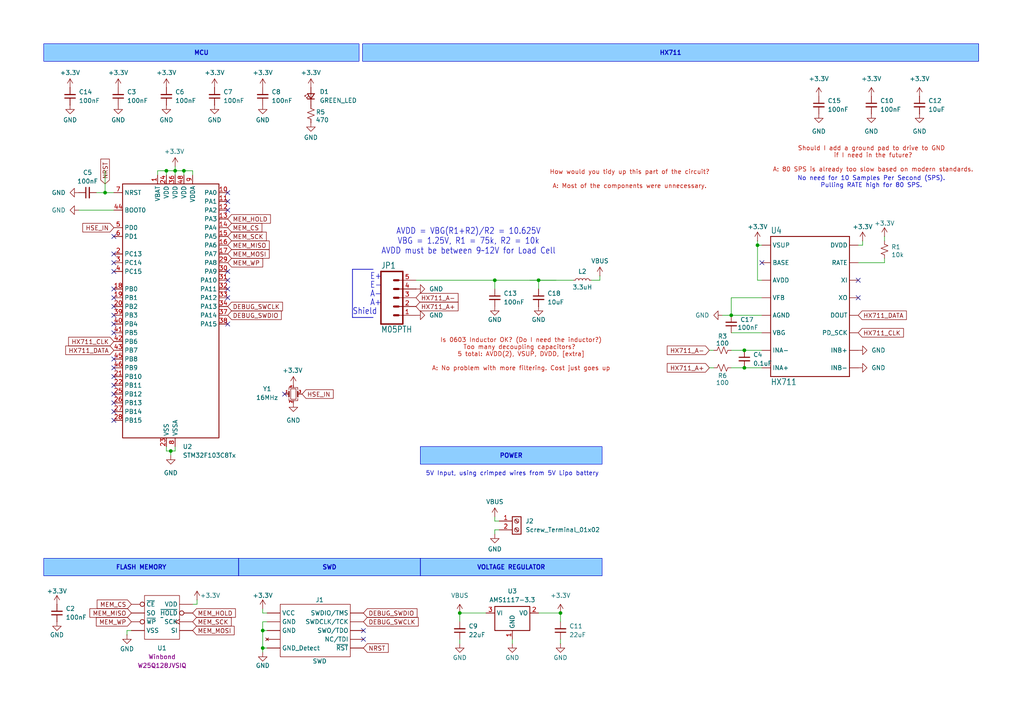
<source format=kicad_sch>
(kicad_sch (version 20231120) (generator "eeschema") (generator_version "8.0")
  (paper "A4")
  (lib_symbols
    (symbol "Connector:Screw_Terminal_01x02" (pin_names (offset 1.016) hide)
      (property "Reference" "J2" (at 2.54 0.0001 0))
      (property "Value" "Screw_Terminal_01x02" (at 2.54 -2.5399 0))
      (symbol "Screw_Terminal_01x02_1_1"
        (rectangle (start -1.27 1.27) (end 1.27 -3.81) (stroke (width 0.254)))
        (circle (center 0 -2.54) (radius 0.635) (stroke (width 0.1524)))
        (polyline (pts (xy -0.5334 -2.2098) (xy 0.3302 -3.048)) (stroke (width 0.1524)))
        (polyline (pts (xy -0.5334 0.3302) (xy 0.3302 -0.508)) (stroke (width 0.1524)))
        (polyline (pts (xy -0.3556 -2.032) (xy 0.508 -2.8702)) (stroke (width 0.1524)))
        (polyline (pts (xy -0.3556 0.508) (xy 0.508 -0.3302)) (stroke (width 0.1524)))
        (circle (center 0 0) (radius 0.635) (stroke (width 0.1524)))
        (pin passive line (at -5.08 0 0) (length 3.81) (name "Pin_1") (number "1"))
        (pin passive line (at -5.08 -2.54 0) (length 3.81) (name "Pin_2") (number "2"))
      )
    )
    (symbol "Device:C_Small" (pin_numbers hide) (pin_names (offset 0.254) hide)
      (property "Reference" "C" (at 0.254 1.778 0))
      (property "Value" "C_Small" (at 0.254 -2.032 0))
      (symbol "C_Small_0_1"
        (polyline (pts (xy -1.524 -0.508) (xy 1.524 -0.508)) (stroke (width 0.3302)))
        (polyline (pts (xy -1.524 0.508) (xy 1.524 0.508)) (stroke (width 0.3048)))
      )
      (symbol "C_Small_1_1"
        (pin passive line (at 0 2.54 270) (length 2.032) (name "~") (number "1"))
        (pin passive line (at 0 -2.54 90) (length 2.032) (name "~") (number "2"))
      )
    )
    (symbol "Device:Crystal_GND24_Small" (pin_names (offset 1.016) hide)
      (property "Reference" "Y" (at 1.27 4.445 0))
      (property "Value" "Crystal_GND24_Small" (at 1.27 2.54 0))
      (symbol "Crystal_GND24_Small_0_1"
        (rectangle (start -0.762 -1.524) (end 0.762 1.524))
        (polyline (pts (xy -1.27 -0.762) (xy -1.27 0.762)) (stroke (width 0.381)))
        (polyline (pts (xy 1.27 -0.762) (xy 1.27 0.762)) (stroke (width 0.381)))
        (polyline (pts (xy -1.27 -1.27) (xy -1.27 -1.905) (xy 1.27 -1.905) (xy 1.27 -1.27)))
        (polyline (pts (xy -1.27 1.27) (xy -1.27 1.905) (xy 1.27 1.905) (xy 1.27 1.27)))
      )
      (symbol "Crystal_GND24_Small_1_1"
        (pin passive line (at -2.54 0 0) (length 1.27) (name "1") (number "1"))
        (pin passive line (at 0 -2.54 90) (length 0.635) (name "2") (number "2"))
        (pin passive line (at 2.54 0 180) (length 1.27) (name "3") (number "3"))
        (pin passive line (at 0 2.54 270) (length 0.635) (name "4") (number "4"))
      )
    )
    (symbol "Device:LED_Small" (pin_numbers hide) (pin_names (offset 0.254) hide)
      (property "Reference" "D" (at -1.27 3.175 0))
      (property "Value" "LED_Small" (at -4.445 -2.54 0))
      (symbol "LED_Small_0_1"
        (polyline (pts (xy -0.762 -1.016) (xy -0.762 1.016)) (stroke (width 0.254)))
        (polyline (pts (xy 1.016 0) (xy -0.762 0)))
        (polyline (pts (xy 0.762 -1.016) (xy -0.762 0) (xy 0.762 1.016) (xy 0.762 -1.016)) (stroke (width 0.254)))
        (polyline (pts (xy 0 0.762) (xy -0.508 1.27) (xy -0.254 1.27) (xy -0.508 1.27) (xy -0.508 1.016)))
        (polyline (pts (xy 0.508 1.27) (xy 0 1.778) (xy 0.254 1.778) (xy 0 1.778) (xy 0 1.524)))
      )
      (symbol "LED_Small_1_1"
        (pin passive line (at -2.54 0 0) (length 1.778) (name "K") (number "1"))
        (pin passive line (at 2.54 0 180) (length 1.778) (name "A") (number "2"))
      )
    )
    (symbol "Device:L_Small" (pin_numbers hide) (pin_names (offset 0.254) hide)
      (property "Reference" "L" (at 0.762 1.016 0))
      (property "Value" "L_Small" (at 0.762 -1.016 0))
      (symbol "L_Small_0_1"
        (arc (start 0 -2.032) (mid 0.5058 -1.524) (end 0 -1.016))
        (arc (start 0 -1.016) (mid 0.5058 -0.508) (end 0 0))
        (arc (start 0 0) (mid 0.5058 0.508) (end 0 1.016))
        (arc (start 0 1.016) (mid 0.5058 1.524) (end 0 2.032))
      )
      (symbol "L_Small_1_1"
        (pin passive line (at 0 2.54 270) (length 0.508) (name "~") (number "1"))
        (pin passive line (at 0 -2.54 90) (length 0.508) (name "~") (number "2"))
      )
    )
    (symbol "Device:R_Small_US" (pin_numbers hide) (pin_names (offset 0.254) hide)
      (property "Reference" "R" (at 0.762 0.508 0))
      (property "Value" "R_Small_US" (at 0.762 -1.016 0))
      (symbol "R_Small_US_1_1"
        (polyline (pts (xy 0 0) (xy 1.016 -0.381) (xy 0 -0.762) (xy -1.016 -1.143) (xy 0 -1.524)))
        (polyline (pts (xy 0 1.524) (xy 1.016 1.143) (xy 0 0.762) (xy -1.016 0.381) (xy 0 0)))
        (pin passive line (at 0 2.54 270) (length 1.016) (name "~") (number "1"))
        (pin passive line (at 0 -2.54 90) (length 1.016) (name "~") (number "2"))
      )
    )
    (symbol "MCU_ST_STM32F1:STM32F103C8Tx"
      (property "Reference" "U1" (at 4.7341 -38.1 0))
      (property "Value" "STM32F103C8Tx" (at 4.7341 -40.64 0))
      (symbol "STM32F103C8Tx_1_1"
        (rectangle (start -12.7 38.1) (end 15.24 -35.56) (stroke (width 0.254)))
        (pin power_in line (at -2.54 40.64 270) (length 2.54) (name "VBAT") (number "1"))
        (pin bidirectional line (at 17.78 35.56 180) (length 2.54) (name "PA0") (number "10"))
        (pin bidirectional line (at 17.78 33.02 180) (length 2.54) (name "PA1") (number "11"))
        (pin bidirectional line (at 17.78 30.48 180) (length 2.54) (name "PA2") (number "12"))
        (pin bidirectional line (at 17.78 27.94 180) (length 2.54) (name "PA3") (number "13"))
        (pin bidirectional line (at 17.78 25.4 180) (length 2.54) (name "PA4") (number "14"))
        (pin bidirectional line (at 17.78 22.86 180) (length 2.54) (name "PA5") (number "15"))
        (pin bidirectional line (at 17.78 20.32 180) (length 2.54) (name "PA6") (number "16"))
        (pin bidirectional line (at 17.78 17.78 180) (length 2.54) (name "PA7") (number "17"))
        (pin bidirectional line (at -15.24 7.62 0) (length 2.54) (name "PB0") (number "18"))
        (pin bidirectional line (at -15.24 5.08 0) (length 2.54) (name "PB1") (number "19"))
        (pin bidirectional line (at -15.24 17.78 0) (length 2.54) (name "PC13") (number "2"))
        (pin bidirectional line (at -15.24 2.54 0) (length 2.54) (name "PB2") (number "20"))
        (pin bidirectional line (at -15.24 -17.78 0) (length 2.54) (name "PB10") (number "21"))
        (pin bidirectional line (at -15.24 -20.32 0) (length 2.54) (name "PB11") (number "22"))
        (pin power_in line (at 0 -38.1 90) (length 2.54) (name "VSS") (number "23"))
        (pin power_in line (at 0 40.64 270) (length 2.54) (name "VDD") (number "24"))
        (pin bidirectional line (at -15.24 -22.86 0) (length 2.54) (name "PB12") (number "25"))
        (pin bidirectional line (at -15.24 -25.4 0) (length 2.54) (name "PB13") (number "26"))
        (pin bidirectional line (at -15.24 -27.94 0) (length 2.54) (name "PB14") (number "27"))
        (pin bidirectional line (at -15.24 -30.48 0) (length 2.54) (name "PB15") (number "28"))
        (pin bidirectional line (at 17.78 15.24 180) (length 2.54) (name "PA8") (number "29"))
        (pin bidirectional line (at -15.24 15.24 0) (length 2.54) (name "PC14") (number "3"))
        (pin bidirectional line (at 17.78 12.7 180) (length 2.54) (name "PA9") (number "30"))
        (pin bidirectional line (at 17.78 10.16 180) (length 2.54) (name "PA10") (number "31"))
        (pin bidirectional line (at 17.78 7.62 180) (length 2.54) (name "PA11") (number "32"))
        (pin bidirectional line (at 17.78 5.08 180) (length 2.54) (name "PA12") (number "33"))
        (pin bidirectional line (at 17.78 2.54 180) (length 2.54) (name "PA13") (number "34"))
        (pin passive line (at 0 -38.1 90) (length 2.54) hide (name "VSS") (number "35"))
        (pin power_in line (at 2.54 40.64 270) (length 2.54) (name "VDD") (number "36"))
        (pin bidirectional line (at 17.78 0 180) (length 2.54) (name "PA14") (number "37"))
        (pin bidirectional line (at 17.78 -2.54 180) (length 2.54) (name "PA15") (number "38"))
        (pin bidirectional line (at -15.24 0 0) (length 2.54) (name "PB3") (number "39"))
        (pin bidirectional line (at -15.24 12.7 0) (length 2.54) (name "PC15") (number "4"))
        (pin bidirectional line (at -15.24 -2.54 0) (length 2.54) (name "PB4") (number "40"))
        (pin bidirectional line (at -15.24 -5.08 0) (length 2.54) (name "PB5") (number "41"))
        (pin bidirectional line (at -15.24 -7.62 0) (length 2.54) (name "PB6") (number "42"))
        (pin bidirectional line (at -15.24 -10.16 0) (length 2.54) (name "PB7") (number "43"))
        (pin input line (at -15.24 30.48 0) (length 2.54) (name "BOOT0") (number "44"))
        (pin bidirectional line (at -15.24 -12.7 0) (length 2.54) (name "PB8") (number "45"))
        (pin bidirectional line (at -15.24 -15.24 0) (length 2.54) (name "PB9") (number "46"))
        (pin passive line (at 0 -38.1 90) (length 2.54) hide (name "VSS") (number "47"))
        (pin power_in line (at 5.08 40.64 270) (length 2.54) (name "VDD") (number "48"))
        (pin bidirectional line (at -15.24 25.4 0) (length 2.54) (name "PD0") (number "5"))
        (pin bidirectional line (at -15.24 22.86 0) (length 2.54) (name "PD1") (number "6"))
        (pin input line (at -15.24 35.56 0) (length 2.54) (name "NRST") (number "7"))
        (pin power_in line (at 2.54 -38.1 90) (length 2.54) (name "VSSA") (number "8"))
        (pin power_in line (at 7.62 40.64 270) (length 2.54) (name "VDDA") (number "9"))
      )
    )
    (symbol "Regulator_Linear:AMS1117-3.3"
      (property "Reference" "U3" (at 0 6.35 0))
      (property "Value" "AMS1117-3.3" (at 0 3.81 0))
      (symbol "AMS1117-3.3_1_1"
        (rectangle (start -5.08 1.905) (end 5.08 -5.08) (stroke (width 0.254)))
        (pin power_in line (at 0 -7.62 90) (length 2.54) (name "GND") (number "1"))
        (pin power_out line (at 7.62 0 180) (length 2.54) (name "VO") (number "2"))
        (pin power_in line (at -7.62 0 0) (length 2.54) (name "VI") (number "3"))
      )
    )
    (symbol "SparkFun_HX711_Load_Cell-eagle-import:HX711HX711"
      (symbol "HX711HX711_1_0"
        (polyline (pts (xy -12.7 -20.32) (xy -12.7 20.32)) (stroke (width 0.254)))
        (polyline (pts (xy -12.7 20.32) (xy 10.16 20.32)) (stroke (width 0.254)))
        (polyline (pts (xy 10.16 -20.32) (xy -12.7 -20.32)) (stroke (width 0.254)))
        (polyline (pts (xy 10.16 20.32) (xy 10.16 -20.32)) (stroke (width 0.254)))
        (pin bidirectional line (at -15.24 17.78 0) (length 2.54) (name "VSUP") (number "1"))
        (pin bidirectional line (at 12.7 -12.7 180) (length 2.54) (name "INB+") (number "10"))
        (pin bidirectional line (at 12.7 -7.62 180) (length 2.54) (name "PD_SCK") (number "11"))
        (pin bidirectional line (at 12.7 -2.54 180) (length 2.54) (name "DOUT") (number "12"))
        (pin bidirectional line (at 12.7 2.54 180) (length 2.54) (name "XO") (number "13"))
        (pin bidirectional line (at 12.7 7.62 180) (length 2.54) (name "XI") (number "14"))
        (pin bidirectional line (at 12.7 12.7 180) (length 2.54) (name "RATE") (number "15"))
        (pin bidirectional line (at 12.7 17.78 180) (length 2.54) (name "DVDD") (number "16"))
        (pin bidirectional line (at -15.24 12.7 0) (length 2.54) (name "BASE") (number "2"))
        (pin bidirectional line (at -15.24 7.62 0) (length 2.54) (name "AVDD") (number "3"))
        (pin bidirectional line (at -15.24 2.54 0) (length 2.54) (name "VFB") (number "4"))
        (pin bidirectional line (at -15.24 -2.54 0) (length 2.54) (name "AGND") (number "5"))
        (pin bidirectional line (at -15.24 -7.62 0) (length 2.54) (name "VBG") (number "6"))
        (pin bidirectional line (at -15.24 -12.7 0) (length 2.54) (name "INA-") (number "7"))
        (pin bidirectional line (at -15.24 -17.78 0) (length 2.54) (name "INA+") (number "8"))
        (pin bidirectional line (at 12.7 -17.78 180) (length 2.54) (name "INB-") (number "9"))
      )
    )
    (symbol "SparkFun_HX711_Load_Cell-eagle-import:M05PTH"
      (property "Reference" "J" (at -2.54 8.382 0))
      (symbol "M05PTH_1_0"
        (polyline (pts (xy -2.54 7.62) (xy -2.54 -7.62)) (stroke (width 0.4064)))
        (polyline (pts (xy -2.54 7.62) (xy 3.81 7.62)) (stroke (width 0.4064)))
        (polyline (pts (xy 1.27 -5.08) (xy 2.54 -5.08)) (stroke (width 0.6096)))
        (polyline (pts (xy 1.27 -2.54) (xy 2.54 -2.54)) (stroke (width 0.6096)))
        (polyline (pts (xy 1.27 0) (xy 2.54 0)) (stroke (width 0.6096)))
        (polyline (pts (xy 1.27 2.54) (xy 2.54 2.54)) (stroke (width 0.6096)))
        (polyline (pts (xy 1.27 5.08) (xy 2.54 5.08)) (stroke (width 0.6096)))
        (polyline (pts (xy 3.81 -7.62) (xy -2.54 -7.62)) (stroke (width 0.4064)))
        (polyline (pts (xy 3.81 -7.62) (xy 3.81 7.62)) (stroke (width 0.4064)))
        (pin passive line (at 7.62 -5.08 180) (length 5.08) (name "1") (number "1"))
        (pin passive line (at 7.62 -2.54 180) (length 5.08) (name "2") (number "2"))
        (pin passive line (at 7.62 0 180) (length 5.08) (name "3") (number "3"))
        (pin passive line (at 7.62 2.54 180) (length 5.08) (name "4") (number "4"))
        (pin passive line (at 7.62 5.08 180) (length 5.08) (name "5") (number "5"))
      )
    )
    (symbol "UCIRP-KiCAD-Lib:ARM_Cortex_Debug" (pin_numbers hide)
      (property "Reference" "J" (at 0 11.43 0))
      (property "Value" "ARM Cortex Debug" (at 0 8.89 0))
      (symbol "ARM_Cortex_Debug_0_1"
        (rectangle (start -10.16 7.62) (end 10.16 -7.62))
      )
      (symbol "ARM_Cortex_Debug_1_1"
        (pin passive line (at -13.97 5.08 0) (length 3.81) (name "VCC") (number "1"))
        (pin passive line (at 13.97 -5.08 180) (length 3.81) (name "~{RST}") (number "10"))
        (pin passive line (at 13.97 5.08 180) (length 3.81) (name "SWDIO/TMS") (number "2"))
        (pin passive line (at -13.97 2.54 0) (length 3.81) (name "GND") (number "3"))
        (pin passive line (at 13.97 2.54 180) (length 3.81) (name "SWDCLK/TCK") (number "4"))
        (pin passive line (at -13.97 0 0) (length 3.81) (name "GND") (number "5"))
        (pin passive line (at 13.97 0 180) (length 3.81) (name "SWO/TDO") (number "6"))
        (pin no_connect line (at -13.97 -2.54 0) (length 3.81) (name "") (number "7"))
        (pin passive line (at 13.97 -2.54 180) (length 3.81) (name "NC/TDI") (number "8"))
        (pin passive line (at -13.97 -5.08 0) (length 3.81) (name "GND_Detect") (number "9"))
      )
    )
    (symbol "UCIRP-KiCAD-Lib:SST25VF016B" (pin_numbers hide)
      (property "Reference" "U" (at 0 7.62 0))
      (property "Manufacturer" "Microchip" (at 0 0 0))
      (property "Part #" "SST25VF016B-50-4I-S2AF" (at 0 0 0))
      (symbol "SST25VF016B_0_1"
        (rectangle (start -5.08 6.35) (end 5.08 -6.35))
      )
      (symbol "SST25VF016B_1_1"
        (pin input inverted (at -8.89 3.81 0) (length 3.81) (name "~{CE}") (number "1"))
        (pin output line (at -8.89 1.27 0) (length 3.81) (name "SO") (number "2"))
        (pin input inverted (at -8.89 -1.27 0) (length 3.81) (name "~{WP}") (number "3"))
        (pin power_in line (at -8.89 -3.81 0) (length 3.81) (name "VSS") (number "4"))
        (pin input line (at 8.89 -3.81 180) (length 3.81) (name "SI") (number "5"))
        (pin input clock (at 8.89 -1.27 180) (length 3.81) (name "SCK") (number "6"))
        (pin input inverted (at 8.89 1.27 180) (length 3.81) (name "~{HOLD}") (number "7"))
        (pin power_in line (at 8.89 3.81 180) (length 3.81) (name "VDD") (number "8"))
      )
    )
    (symbol "power:+3.3V" (power) (pin_numbers hide) (pin_names (offset 0) hide)
      (property "Value" "+3.3V" (at 0 3.556 0))
      (symbol "+3.3V_0_1"
        (polyline (pts (xy -0.762 1.27) (xy 0 2.54)))
        (polyline (pts (xy 0 0) (xy 0 2.54)))
        (polyline (pts (xy 0 2.54) (xy 0.762 1.27)))
      )
      (symbol "+3.3V_1_1"
        (pin power_in line (at 0 0 90) (length 0) (name "~") (number "1"))
      )
    )
    (symbol "power:GND" (power) (pin_numbers hide) (pin_names (offset 0) hide)
      (property "Value" "GND" (at 0 -3.81 0))
      (symbol "GND_0_1"
        (polyline (pts (xy 0 0) (xy 0 -1.27) (xy 1.27 -1.27) (xy 0 -2.54) (xy -1.27 -1.27) (xy 0 -1.27)))
      )
      (symbol "GND_1_1"
        (pin power_in line (at 0 0 270) (length 0) (name "~") (number "1"))
      )
    )
    (symbol "power:VBUS" (power) (pin_numbers hide) (pin_names (offset 0) hide)
      (property "Value" "VBUS" (at 0 3.556 0))
      (symbol "VBUS_0_1"
        (polyline (pts (xy -0.762 1.27) (xy 0 2.54)))
        (polyline (pts (xy 0 0) (xy 0 2.54)))
        (polyline (pts (xy 0 2.54) (xy 0.762 1.27)))
      )
      (symbol "VBUS_1_1"
        (pin power_in line (at 0 0 90) (length 0) (name "~") (number "1"))
      )
    )
  )
  (junction (at 215.9 106.68))
  (junction (at 143.51 81.28))
  (junction (at 219.71 71.12))
  (junction (at 156.21 81.28))
  (junction (at 50.8 49.53))
  (junction (at 53.34 49.53))
  (junction (at 76.2 182.88))
  (junction (at 76.2 187.96))
  (junction (at 133.35 177.8))
  (junction (at 30.48 55.88))
  (junction (at 49.53 130.81))
  (junction (at 215.9 101.6))
  (junction (at 162.56 177.8))
  (junction (at 212.09 91.44))
  (junction (at 48.26 49.53))
  (no_connect (at 33.02 121.92))
  (no_connect (at 33.02 111.76))
  (no_connect (at 105.41 185.42))
  (no_connect (at 105.41 182.88))
  (no_connect (at 33.02 114.3))
  (no_connect (at 248.92 86.36))
  (no_connect (at 248.92 81.28))
  (no_connect (at 66.04 83.82))
  (no_connect (at 33.02 91.44))
  (no_connect (at 33.02 73.66))
  (no_connect (at 66.04 60.96))
  (no_connect (at 33.02 104.14))
  (no_connect (at 220.98 76.2))
  (no_connect (at 33.02 68.58))
  (no_connect (at 33.02 76.2))
  (no_connect (at 33.02 93.98))
  (no_connect (at 33.02 96.52))
  (no_connect (at 66.04 58.42))
  (no_connect (at 66.04 93.98))
  (no_connect (at 66.04 78.74))
  (no_connect (at 66.04 86.36))
  (no_connect (at 33.02 83.82))
  (no_connect (at 33.02 116.84))
  (no_connect (at 33.02 109.22))
  (no_connect (at 66.04 81.28))
  (no_connect (at 66.04 55.88))
  (no_connect (at 33.02 88.9))
  (no_connect (at 33.02 78.74))
  (no_connect (at 82.55 114.3))
  (no_connect (at 33.02 119.38))
  (no_connect (at 33.02 106.68))
  (no_connect (at 33.02 86.36))
  (wire (pts (xy 76.2 177.8) (xy 76.2 176.53)))
  (wire (pts (xy 153.67 81.28) (xy 143.51 81.28)) (stroke (width 0.1524)))
  (wire (pts (xy 50.8 49.53) (xy 50.8 50.8)))
  (wire (pts (xy 48.26 130.81) (xy 49.53 130.81)))
  (wire (pts (xy 212.09 86.36) (xy 212.09 91.44)))
  (wire (pts (xy 48.26 49.53) (xy 50.8 49.53)))
  (wire (pts (xy 22.86 60.96) (xy 33.02 60.96)))
  (wire (pts (xy 148.59 186.69) (xy 148.59 185.42)))
  (wire (pts (xy 171.45 81.28) (xy 173.99 81.28)))
  (wire (pts (xy 220.98 71.12) (xy 219.71 71.12)))
  (wire (pts (xy 55.88 49.53) (xy 55.88 50.8)))
  (wire (pts (xy 133.35 177.8) (xy 133.35 180.34)))
  (wire (pts (xy 144.78 153.67) (xy 143.51 153.67)))
  (wire (pts (xy 219.71 81.28) (xy 219.71 71.12)))
  (wire (pts (xy 133.35 177.8) (xy 140.97 177.8)))
  (wire (pts (xy 50.8 49.53) (xy 53.34 49.53)))
  (wire (pts (xy 162.56 185.42) (xy 162.56 186.69)))
  (wire (pts (xy 250.19 69.85) (xy 250.19 71.12)))
  (wire (pts (xy 220.98 86.36) (xy 212.09 86.36)))
  (wire (pts (xy 212.09 96.52) (xy 220.98 96.52)))
  (wire (pts (xy 77.47 177.8) (xy 76.2 177.8)))
  (wire (pts (xy 143.51 153.67) (xy 143.51 154.94)))
  (wire (pts (xy 220.98 81.28) (xy 219.71 81.28)))
  (wire (pts (xy 30.48 55.88) (xy 33.02 55.88)))
  (wire (pts (xy 133.35 185.42) (xy 133.35 186.69)))
  (wire (pts (xy 77.47 187.96) (xy 76.2 187.96)))
  (wire (pts (xy 212.09 106.68) (xy 215.9 106.68)))
  (wire (pts (xy 36.83 182.88) (xy 38.1 182.88)))
  (wire (pts (xy 77.47 180.34) (xy 76.2 180.34)))
  (wire (pts (xy 76.2 180.34) (xy 76.2 182.88)))
  (wire (pts (xy 53.34 49.53) (xy 55.88 49.53)))
  (wire (pts (xy 156.21 81.28) (xy 156.21 83.82)) (stroke (width 0.1524)))
  (wire (pts (xy 50.8 49.53) (xy 50.8 48.26)))
  (wire (pts (xy 45.72 49.53) (xy 48.26 49.53)))
  (wire (pts (xy 156.21 177.8) (xy 162.56 177.8)))
  (wire (pts (xy 219.71 69.85) (xy 219.71 71.12)))
  (wire (pts (xy 36.83 184.15) (xy 36.83 182.88)))
  (wire (pts (xy 143.51 81.28) (xy 120.65 81.28)) (stroke (width 0.1524)))
  (wire (pts (xy 256.54 68.58) (xy 256.54 69.85)))
  (wire (pts (xy 215.9 101.6) (xy 220.98 101.6)))
  (wire (pts (xy 248.92 71.12) (xy 250.19 71.12)))
  (wire (pts (xy 153.67 81.28) (xy 156.21 81.28)) (stroke (width 0.2032)))
  (wire (pts (xy 248.92 76.2) (xy 256.54 76.2)))
  (wire (pts (xy 156.21 81.28) (xy 161.29 81.28)) (stroke (width 0.2032)))
  (wire (pts (xy 144.78 151.13) (xy 143.51 151.13)))
  (wire (pts (xy 45.72 50.8) (xy 45.72 49.53)))
  (wire (pts (xy 76.2 182.88) (xy 76.2 187.96)))
  (wire (pts (xy 161.29 81.28) (xy 166.37 81.28)))
  (wire (pts (xy 53.34 49.53) (xy 53.34 50.8)))
  (polyline (pts (xy 102.235 78.105) (xy 108.204 78.105)) (stroke (width 0.2032) (type solid)))
  (wire (pts (xy 212.09 91.44) (xy 220.98 91.44)))
  (wire (pts (xy 162.56 177.8) (xy 162.56 180.34)))
  (wire (pts (xy 207.01 101.6) (xy 205.74 101.6)))
  (wire (pts (xy 57.15 175.26) (xy 57.15 173.99)))
  (wire (pts (xy 143.51 83.82) (xy 143.51 81.28)) (stroke (width 0.1524)))
  (wire (pts (xy 55.88 175.26) (xy 57.15 175.26)))
  (wire (pts (xy 207.01 106.68) (xy 205.74 106.68)))
  (wire (pts (xy 212.09 101.6) (xy 215.9 101.6)))
  (wire (pts (xy 173.99 80.01) (xy 173.99 81.28)))
  (wire (pts (xy 49.53 130.81) (xy 49.53 132.08)))
  (wire (pts (xy 49.53 130.81) (xy 50.8 130.81)))
  (wire (pts (xy 27.94 55.88) (xy 30.48 55.88)))
  (wire (pts (xy 30.48 49.53) (xy 30.48 55.88)))
  (polyline (pts (xy 102.235 92.075) (xy 108.204 92.075)) (stroke (width 0.2032) (type solid)))
  (wire (pts (xy 209.55 91.44) (xy 212.09 91.44)))
  (wire (pts (xy 76.2 182.88) (xy 77.47 182.88)))
  (wire (pts (xy 48.26 129.54) (xy 48.26 130.81)))
  (wire (pts (xy 143.51 151.13) (xy 143.51 149.86)))
  (wire (pts (xy 48.26 49.53) (xy 48.26 50.8)))
  (polyline (pts (xy 102.235 78.105) (xy 102.235 92.075)) (stroke (width 0.2032) (type solid)))
  (wire (pts (xy 215.9 106.68) (xy 220.98 106.68)))
  (wire (pts (xy 256.54 74.93) (xy 256.54 76.2)))
  (wire (pts (xy 50.8 130.81) (xy 50.8 129.54)))
  (wire (pts (xy 76.2 187.96) (xy 76.2 189.23)))
  (text_box "FLASH MEMORY" (at 12.7 161.925 0) (size 56.515 5.08) (fill (type color) (color 142 206 255 1)) (effects (font (size 1.27 1.27) (thickness 0.254) (bold yes))))
  (text_box "POWER" (at 121.92 129.54 0) (size 52.705 5.08) (fill (type color) (color 142 206 255 1)) (effects (font (size 1.27 1.27) (thickness 0.254) (bold yes))))
  (text_box "VOLTAGE REGULATOR" (at 121.92 161.925 0) (size 52.705 5.08) (fill (type color) (color 142 206 255 1)) (effects (font (size 1.27 1.27) (thickness 0.254) (bold yes))))
  (text_box "SWD\n" (at 69.215 161.925 0) (size 52.705 5.08) (fill (type color) (color 142 206 255 1)) (effects (font (size 1.27 1.27) (thickness 0.254) (bold yes))))
  (text_box "HX711\n" (at 105.156 12.7 0) (size 178.689 5.08) (fill (type color) (color 142 206 255 1)) (effects (font (size 1.27 1.27) (thickness 0.254) (bold yes))))
  (text_box "MCU\n" (at 12.7 12.7 0) (size 91.44 5.08) (fill (type color) (color 142 206 255 1)) (effects (font (size 1.27 1.27) (thickness 0.254) (bold yes))))
  (text "E+" (at 107.315 81.28 0) (effects (font (size 1.778 1.5113)) (justify left bottom)))
  (text "How would you tidy up this part of the circuit?\n\nA: Most of the components were unnecessary." (at 182.626 52.07 0) (effects (font (size 1.27 1.27))))
  (text "No need for 10 Samples Per Second (SPS).\nPulling RATE high for 80 SPS." (at 252.73 52.832 0) (effects (font (size 1.27 1.27))))
  (text "A-" (at 107.315 86.36 0) (effects (font (size 1.778 1.5113)) (justify left bottom)))
  (text "AVDD = VBG(R1+R2)/R2 = 10.625V\nVBG = 1.25V, R1 = 75k, R2 = 10k\nAVDD must be between 9~12V for Load Cell" (at 135.89 73.914 0) (effects (font (size 1.778 1.5113)) (justify bottom)))
  (text "Shield" (at 102.235 91.44 0) (effects (font (size 1.778 1.5113)) (justify left bottom)))
  (text "E-" (at 107.315 83.82 0) (effects (font (size 1.778 1.5113)) (justify left bottom)))
  (text "Should I add a ground pad to drive to GND \nif I need in the future?\n\nA: 80 SPS is already too slow based on modern standards." (at 253.238 46.228 0) (effects (font (size 1.27 1.27))))
  (text "5V Input, using crimped wires from 5V Lipo battery\n" (at 148.59 137.414 0) (effects (font (size 1.27 1.27))))
  (text "Is 0603 Inductor OK? (Do I need the inductor?)\nToo many decoupling capacitors? \n5 total: AVDD(2), VSUP, DVDD, [extra]\n\nA: No problem with more filtering. Cost just goes up" (at 151.13 102.87 0) (effects (font (size 1.27 1.27))))
  (text "A+" (at 107.315 88.9 0) (effects (font (size 1.778 1.5113)) (justify left bottom)))
  (global_label "MEM_HOLD" (shape input) (at 66.04 63.5 0) (property "Intersheetrefs" "${INTERSHEET_REFS}" (effects (hide yes))))
  (global_label "HX711_CLK" (shape input) (at 248.92 96.52 0) (property "Intersheetrefs" "${INTERSHEET_REFS}" (effects (hide yes))))
  (global_label "MEM_MOSI" (shape input) (at 55.88 182.88 0) (property "Intersheetrefs" "${INTERSHEET_REFS}" (effects (hide yes))))
  (global_label "HX711_A-" (shape input) (at 205.74 101.6 180) (property "Intersheetrefs" "${INTERSHEET_REFS}" (effects (hide yes))))
  (global_label "MEM_MISO" (shape input) (at 38.1 177.8 180) (property "Intersheetrefs" "${INTERSHEET_REFS}" (effects (hide yes))))
  (global_label "MEM_MOSI" (shape input) (at 66.04 73.66 0) (property "Intersheetrefs" "${INTERSHEET_REFS}" (effects (hide yes))))
  (global_label "DEBUG_SWDIO" (shape input) (at 66.04 91.44 0) (property "Intersheetrefs" "${INTERSHEET_REFS}" (effects (hide yes))))
  (global_label "MEM_SCK" (shape input) (at 55.88 180.34 0) (property "Intersheetrefs" "${INTERSHEET_REFS}" (effects (hide yes))))
  (global_label "MEM_MISO" (shape input) (at 66.04 71.12 0) (property "Intersheetrefs" "${INTERSHEET_REFS}" (effects (hide yes))))
  (global_label "NRST" (shape input) (at 30.48 53.34 90) (property "Intersheetrefs" "${INTERSHEET_REFS}" (effects (hide yes))))
  (global_label "HSE_IN" (shape input) (at 87.63 114.3 0) (property "Intersheetrefs" "${INTERSHEET_REFS}" (effects (hide yes))))
  (global_label "NRST" (shape input) (at 105.41 187.96 0) (property "Intersheetrefs" "${INTERSHEET_REFS}" (effects (hide yes))))
  (global_label "MEM_SCK" (shape input) (at 66.04 68.58 0) (property "Intersheetrefs" "${INTERSHEET_REFS}" (effects (hide yes))))
  (global_label "HX711_CLK" (shape input) (at 33.02 99.06 180) (property "Intersheetrefs" "${INTERSHEET_REFS}" (effects (hide yes))))
  (global_label "MEM_HOLD" (shape input) (at 55.88 177.8 0) (property "Intersheetrefs" "${INTERSHEET_REFS}" (effects (hide yes))))
  (global_label "MEM_CS" (shape input) (at 38.1 175.26 180) (property "Intersheetrefs" "${INTERSHEET_REFS}" (effects (hide yes))))
  (global_label "HX711_DATA" (shape input) (at 33.02 101.6 180) (property "Intersheetrefs" "${INTERSHEET_REFS}" (effects (hide yes))))
  (global_label "MEM_WP" (shape input) (at 38.1 180.34 180) (property "Intersheetrefs" "${INTERSHEET_REFS}" (effects (hide yes))))
  (global_label "HSE_IN" (shape input) (at 33.02 66.04 180) (property "Intersheetrefs" "${INTERSHEET_REFS}" (effects (hide yes))))
  (global_label "HX711_A-" (shape input) (at 120.65 86.36 0) (property "Intersheetrefs" "${INTERSHEET_REFS}" (effects (hide yes))))
  (global_label "HX711_A+" (shape input) (at 120.65 88.9 0) (property "Intersheetrefs" "${INTERSHEET_REFS}" (effects (hide yes))))
  (global_label "DEBUG_SWCLK" (shape input) (at 105.41 180.34 0) (property "Intersheetrefs" "${INTERSHEET_REFS}" (effects (hide yes))))
  (global_label "MEM_CS" (shape input) (at 66.04 66.04 0) (property "Intersheetrefs" "${INTERSHEET_REFS}" (effects (hide yes))))
  (global_label "HX711_DATA" (shape input) (at 248.92 91.44 0) (property "Intersheetrefs" "${INTERSHEET_REFS}" (effects (hide yes))))
  (global_label "MEM_WP" (shape input) (at 66.04 76.2 0) (property "Intersheetrefs" "${INTERSHEET_REFS}" (effects (hide yes))))
  (global_label "DEBUG_SWDIO" (shape input) (at 105.41 177.8 0) (property "Intersheetrefs" "${INTERSHEET_REFS}" (effects (hide yes))))
  (global_label "HX711_A+" (shape input) (at 205.74 106.68 180) (property "Intersheetrefs" "${INTERSHEET_REFS}" (effects (hide yes))))
  (global_label "DEBUG_SWCLK" (shape input) (at 66.04 88.9 0) (property "Intersheetrefs" "${INTERSHEET_REFS}" (effects (hide yes))))
  (symbol (lib_id "Connector:Screw_Terminal_01x02") (at 149.86 151.13 0) (unit 1)
    (property "Reference" "J2" (at 152.4 151.1299 0) (effects (justify left)))
    (property "Value" "Screw_Terminal_01x02" (at 152.4 153.6699 0) (effects (justify left)))
    (property "Footprint" "TerminalBlock_Phoenix:TerminalBlock_Phoenix_MKDS-1,5-2-5.08_1x02_P5.08mm_Horizontal" (effects (hide yes)))
    (property "Description" "Generic screw terminal, single row, 01x02, script generated (kicad-library-utils/schlib/autogen/connector/)" (effects (hide yes)))
  )
  (symbol (lib_id "power:+3.3V") (at 34.29 25.4 0) (unit 1)
    (property "Reference" "#PWR09" (effects (hide yes)))
    (property "Value" "+3.3V" (at 34.29 21.082 0))
    (property "Description" "Power symbol creates a global label with name \"+3.3V\"" (effects (hide yes)))
  )
  (symbol (lib_id "power:+3.3V") (at 266.7 27.94 0) (unit 1)
    (property "Reference" "#PWR028" (effects (hide yes)))
    (property "Value" "+3.3V" (at 266.7 22.86 0))
    (property "Description" "Power symbol creates a global label with name \"+3.3V\"" (effects (hide yes)))
  )
  (symbol (lib_id "power:GND") (at 143.51 154.94 0) (unit 1)
    (property "Reference" "#PWR044" (effects (hide yes)))
    (property "Value" "GND" (at 143.51 159.258 0))
    (property "Description" "Power symbol creates a global label with name \"GND\" , ground" (effects (hide yes)))
  )
  (symbol (lib_id "power:+3.3V") (at 57.15 173.99 0) (unit 1)
    (property "Reference" "#PWR013" (effects (hide yes)))
    (property "Value" "+3.3V" (at 60.96 172.72 0))
  )
  (symbol (lib_id "Device:C_Small") (at 62.23 27.94 180) (unit 1)
    (property "Reference" "C7" (at 64.77 26.6635 0) (effects (justify right)))
    (property "Value" "100nF" (at 64.77 29.2035 0) (effects (justify right)))
    (property "Footprint" "Capacitor_SMD:C_0603_1608Metric" (effects (hide yes)))
    (property "Description" "Unpolarized capacitor, small symbol" (effects (hide yes)))
  )
  (symbol (lib_id "power:VBUS") (at 133.35 177.8 0) (unit 1)
    (property "Reference" "#PWR025" (effects (hide yes)))
    (property "Value" "VBUS" (at 133.35 172.72 0))
    (property "Description" "Power symbol creates a global label with name \"VBUS\"" (effects (hide yes)))
  )
  (symbol (lib_id "power:+3.3V") (at 250.19 69.85 0) (unit 1)
    (property "Reference" "#PWR033" (effects (hide yes)))
    (property "Value" "+3.3V" (at 250.19 65.786 0))
    (property "Description" "Power symbol creates a global label with name \"+3.3V\"" (effects (hide yes)))
  )
  (symbol (lib_id "Device:Crystal_GND24_Small") (at 85.09 114.3 0) (unit 1)
    (property "Reference" "Y1" (at 77.47 112.776 0))
    (property "Value" "16MHz" (at 77.47 115.316 0))
    (property "Footprint" "Crystal:Crystal_SMD_2520-4Pin_2.5x2.0mm" (effects (hide yes)))
    (property "Datasheet" "https://ecsxtal.com/store/pdf/ECS_1633.pdf" (effects (hide yes)))
    (property "Manufacturer" "ECS" (effects (hide yes)))
    (property "Part #" "ECS-1633-160-BN-TR" (effects (hide yes)))
  )
  (symbol (lib_id "power:GND") (at 120.65 91.44 90) (unit 1)
    (property "Reference" "#PWR042" (effects (hide yes)))
    (property "Value" "GND" (at 124.46 91.4399 90) (effects (justify right)))
    (property "Description" "Power symbol creates a global label with name \"GND\" , ground" (effects (hide yes)))
  )
  (symbol (lib_id "power:GND") (at 85.09 116.84 0) (unit 1)
    (property "Reference" "#PWR041" (effects (hide yes)))
    (property "Value" "GND" (at 85.09 121.92 0))
    (property "Description" "Power symbol creates a global label with name \"GND\" , ground" (effects (hide yes)))
  )
  (symbol (lib_id "power:GND") (at 62.23 30.48 0) (unit 1)
    (property "Reference" "#PWR017" (effects (hide yes)))
    (property "Value" "GND" (at 62.23 34.798 0))
    (property "Description" "Power symbol creates a global label with name \"GND\" , ground" (effects (hide yes)))
  )
  (symbol (lib_id "Regulator_Linear:AMS1117-3.3") (at 148.59 177.8 0) (unit 1)
    (property "Reference" "U3" (at 148.59 171.45 0))
    (property "Value" "AMS1117-3.3" (at 148.59 173.99 0))
    (property "Footprint" "Package_TO_SOT_SMD:SOT-223-3_TabPin2" (effects (hide yes)))
    (property "Datasheet" "http://www.advanced-monolithic.com/pdf/ds1117.pdf" (effects (hide yes)))
    (property "Description" "1A Low Dropout regulator, positive, 3.3V fixed output, SOT-223" (effects (hide yes)))
  )
  (symbol (lib_id "Device:C_Small") (at 215.9 104.14 0) (unit 1)
    (property "Reference" "C4" (at 218.44 102.8762 0) (effects (justify left)))
    (property "Value" "0.1uF" (at 218.44 105.4162 0) (effects (justify left)))
    (property "Footprint" "Capacitor_SMD:C_0603_1608Metric" (effects (hide yes)))
    (property "Description" "Unpolarized capacitor, small symbol" (effects (hide yes)))
  )
  (symbol (lib_id "UCIRP-KiCAD-Lib:SST25VF016B") (at 46.99 179.07 0) (unit 1)
    (property "Reference" "U1" (at 46.99 187.96 0))
    (property "Value" "~" (at 46.99 179.07 0))
    (property "Footprint" "Package_SO:SOIC-8W_5.3x5.3mm_P1.27mm" (effects (hide yes)))
    (property "Datasheet" "https://www.winbond.com/resource-files/W25Q128JV%20RevI%2008232021%20Plus.pdf" (effects (hide yes)))
    (property "Manufacturer" "Winbond" (at 46.99 190.5 0))
    (property "Part #" "W25Q128JVSIQ" (at 46.99 193.04 0))
  )
  (symbol (lib_id "power:GND") (at 90.17 35.56 0) (mirror y) (unit 1)
    (property "Reference" "#PWR023" (effects (hide yes)))
    (property "Value" "GND" (at 90.17 39.878 0))
    (property "Description" "Power symbol creates a global label with name \"GND\" , ground" (effects (hide yes)))
  )
  (symbol (lib_id "power:+3.3V") (at 16.51 175.26 0) (unit 1)
    (property "Reference" "#PWR02" (effects (hide yes)))
    (property "Value" "+3.3V" (at 16.51 171.45 0))
  )
  (symbol (lib_id "Device:C_Small") (at 25.4 55.88 90) (unit 1)
    (property "Reference" "C5" (at 25.4 50.038 90))
    (property "Value" "100nF" (at 25.4 52.578 90))
    (property "Footprint" "Capacitor_SMD:C_0603_1608Metric" (effects (hide yes)))
    (property "Description" "Unpolarized capacitor, small symbol" (effects (hide yes)))
  )
  (symbol (lib_id "MCU_ST_STM32F1:STM32F103C8Tx") (at 48.26 91.44 0) (unit 1)
    (property "Reference" "U2" (at 52.9941 129.54 0) (effects (justify left)))
    (property "Value" "STM32F103C8Tx" (at 52.9941 132.08 0) (effects (justify left)))
    (property "Footprint" "Package_QFP:LQFP-48_7x7mm_P0.5mm" (effects (hide yes)))
    (property "Datasheet" "https://www.st.com/resource/en/datasheet/stm32f103c8.pdf" (effects (hide yes)))
    (property "Description" "STMicroelectronics Arm Cortex-M3 MCU, 64KB flash, 20KB RAM, 72 MHz, 2.0-3.6V, 37 GPIO, LQFP48" (effects (hide yes)))
  )
  (symbol (lib_id "power:GND") (at 248.92 106.68 90) (unit 1)
    (property "Reference" "#PWR032" (effects (hide yes)))
    (property "Value" "GND" (at 252.73 106.6799 90) (effects (justify right)))
    (property "Description" "Power symbol creates a global label with name \"GND\" , ground" (effects (hide yes)))
  )
  (symbol (lib_id "Device:C_Small") (at 212.09 93.98 180) (unit 1)
    (property "Reference" "C17" (at 216.662 92.71 0))
    (property "Value" "100nF" (at 216.916 94.996 0))
    (property "Footprint" "Capacitor_SMD:C_0603_1608Metric" (effects (hide yes)))
    (property "Description" "Unpolarized capacitor, small symbol" (effects (hide yes)))
  )
  (symbol (lib_id "power:GND") (at 148.59 186.69 0) (unit 1)
    (property "Reference" "#PWR026" (effects (hide yes)))
    (property "Value" "GND" (at 148.59 190.754 0))
    (property "Description" "Power symbol creates a global label with name \"GND\" , ground" (effects (hide yes)))
  )
  (symbol (lib_id "Device:R_Small_US") (at 256.54 72.39 180) (unit 1)
    (property "Reference" "R1" (at 259.842 71.628 0))
    (property "Value" "10k" (at 260.35 73.914 0))
    (property "Footprint" "Resistor_SMD:R_0603_1608Metric" (effects (hide yes)))
    (property "Description" "Resistor, small US symbol" (effects (hide yes)))
  )
  (symbol (lib_id "power:GND") (at 156.21 88.9 0) (unit 1)
    (property "Reference" "#PWR036" (effects (hide yes)))
    (property "Value" "GND" (at 156.21 92.71 0))
    (property "Description" "Power symbol creates a global label with name \"GND\" , ground" (effects (hide yes)))
  )
  (symbol (lib_id "Device:C_Small") (at 48.26 27.94 180) (unit 1)
    (property "Reference" "C6" (at 50.8 26.6635 0) (effects (justify right)))
    (property "Value" "100nF" (at 50.8 29.2035 0) (effects (justify right)))
    (property "Footprint" "Capacitor_SMD:C_0603_1608Metric" (effects (hide yes)))
    (property "Description" "Unpolarized capacitor, small symbol" (effects (hide yes)))
  )
  (symbol (lib_id "power:GND") (at 76.2 30.48 0) (unit 1)
    (property "Reference" "#PWR019" (effects (hide yes)))
    (property "Value" "GND" (at 76.2 34.798 0))
    (property "Description" "Power symbol creates a global label with name \"GND\" , ground" (effects (hide yes)))
  )
  (symbol (lib_id "power:GND") (at 22.86 55.88 270) (unit 1)
    (property "Reference" "#PWR06" (effects (hide yes)))
    (property "Value" "GND" (at 19.05 55.8799 90) (effects (justify right)))
    (property "Description" "Power symbol creates a global label with name \"GND\" , ground" (effects (hide yes)))
  )
  (symbol (lib_id "Device:R_Small_US") (at 209.55 106.68 90) (unit 1)
    (property "Reference" "R6" (at 209.55 108.966 90))
    (property "Value" "100" (at 209.55 110.998 90))
    (property "Footprint" "Resistor_SMD:R_0603_1608Metric" (effects (hide yes)))
    (property "Description" "Resistor, small US symbol" (effects (hide yes)))
  )
  (symbol (lib_id "power:+3.3V") (at 252.73 27.94 0) (unit 1)
    (property "Reference" "#PWR027" (effects (hide yes)))
    (property "Value" "+3.3V" (at 252.73 22.86 0))
    (property "Description" "Power symbol creates a global label with name \"+3.3V\"" (effects (hide yes)))
  )
  (symbol (lib_id "Device:R_Small_US") (at 209.55 101.6 90) (unit 1)
    (property "Reference" "R3" (at 209.55 97.536 90))
    (property "Value" "100" (at 209.55 99.568 90))
    (property "Footprint" "Resistor_SMD:R_0603_1608Metric" (effects (hide yes)))
    (property "Description" "Resistor, small US symbol" (effects (hide yes)))
  )
  (symbol (lib_id "power:GND") (at 16.51 180.34 0) (unit 1)
    (property "Reference" "#PWR03" (effects (hide yes)))
    (property "Value" "GND" (at 16.51 184.15 0))
  )
  (symbol (lib_id "power:GND") (at 252.73 33.02 0) (unit 1)
    (property "Reference" "#PWR038" (effects (hide yes)))
    (property "Value" "GND" (at 252.73 38.1 0))
    (property "Description" "Power symbol creates a global label with name \"GND\" , ground" (effects (hide yes)))
  )
  (symbol (lib_id "Device:C_Small") (at 252.73 30.48 0) (unit 1)
    (property "Reference" "C10" (at 255.27 29.2162 0) (effects (justify left)))
    (property "Value" "100nF" (at 255.27 31.7562 0) (effects (justify left)))
    (property "Footprint" "Capacitor_SMD:C_0603_1608Metric" (effects (hide yes)))
    (property "Description" "Unpolarized capacitor, small symbol" (effects (hide yes)))
  )
  (symbol (lib_id "power:+3.3V") (at 62.23 25.4 0) (unit 1)
    (property "Reference" "#PWR016" (effects (hide yes)))
    (property "Value" "+3.3V" (at 62.23 21.082 0))
    (property "Description" "Power symbol creates a global label with name \"+3.3V\"" (effects (hide yes)))
  )
  (symbol (lib_id "power:GND") (at 22.86 60.96 270) (unit 1)
    (property "Reference" "#PWR08" (effects (hide yes)))
    (property "Value" "GND" (at 19.05 60.96 90) (effects (justify right)))
    (property "Description" "Power symbol creates a global label with name \"GND\" , ground" (effects (hide yes)))
  )
  (symbol (lib_id "SparkFun_HX711_Load_Cell-eagle-import:HX711HX711") (at 236.22 88.9 0) (unit 1)
    (property "Reference" "U4" (at 223.52 67.818 0) (effects (font (size 1.778 1.5113)) (justify left bottom)))
    (property "Value" "HX711" (at 223.52 111.76 0) (effects (font (size 1.778 1.5113)) (justify left bottom)))
    (property "Footprint" "Package_SO:SOP-16_3.9x9.9mm_P1.27mm" (effects (hide yes)))
    (property "Datasheet" "https://cdn.sparkfun.com/assets/b/f/5/a/e/hx711F_EN.pdf" (effects (hide yes)))
  )
  (symbol (lib_id "power:+3.3V") (at 162.56 177.8 0) (unit 1)
    (property "Reference" "#PWR029" (effects (hide yes)))
    (property "Value" "+3.3V" (at 162.56 172.72 0))
    (property "Description" "Power symbol creates a global label with name \"+3.3V\"" (effects (hide yes)))
  )
  (symbol (lib_id "SparkFun_HX711_Load_Cell-eagle-import:M05PTH") (at 113.03 86.36 0) (unit 1)
    (property "Reference" "JP1" (at 110.49 77.978 0) (effects (font (size 1.778 1.5113)) (justify left bottom)))
    (property "Value" "M05PTH" (at 110.49 96.52 0) (effects (font (size 1.778 1.5113)) (justify left bottom)))
    (property "Footprint" "TerminalBlock_Phoenix:TerminalBlock_Phoenix_MKDS-1,5-5-5.08_1x05_P5.08mm_Horizontal" (effects (hide yes)))
  )
  (symbol (lib_id "power:+3.3V") (at 20.32 25.4 0) (unit 1)
    (property "Reference" "#PWR04" (effects (hide yes)))
    (property "Value" "+3.3V" (at 20.32 21.082 0))
    (property "Description" "Power symbol creates a global label with name \"+3.3V\"" (effects (hide yes)))
  )
  (symbol (lib_id "power:GND") (at 36.83 184.15 0) (mirror y) (unit 1)
    (property "Reference" "#PWR07" (effects (hide yes)))
    (property "Value" "GND" (at 36.83 188.214 0))
  )
  (symbol (lib_id "power:+3.3V") (at 256.54 68.58 0) (unit 1)
    (property "Reference" "#PWR034" (effects (hide yes)))
    (property "Value" "+3.3V" (at 256.54 64.77 0))
    (property "Description" "Power symbol creates a global label with name \"+3.3V\"" (effects (hide yes)))
  )
  (symbol (lib_id "power:GND") (at 120.65 83.82 90) (unit 1)
    (property "Reference" "#PWR046" (effects (hide yes)))
    (property "Value" "GND" (at 124.46 83.8199 90) (effects (justify right)))
    (property "Description" "Power symbol creates a global label with name \"GND\" , ground" (effects (hide yes)))
  )
  (symbol (lib_id "Device:C_Small") (at 34.29 27.94 180) (unit 1)
    (property "Reference" "C3" (at 36.83 26.6635 0) (effects (justify right)))
    (property "Value" "100nF" (at 36.83 29.2035 0) (effects (justify right)))
    (property "Footprint" "Capacitor_SMD:C_0603_1608Metric" (effects (hide yes)))
    (property "Description" "Unpolarized capacitor, small symbol" (effects (hide yes)))
  )
  (symbol (lib_id "power:+3.3V") (at 50.8 48.26 0) (unit 1)
    (property "Reference" "#PWR015" (effects (hide yes)))
    (property "Value" "+3.3V" (at 50.546 43.942 0))
    (property "Description" "Power symbol creates a global label with name \"+3.3V\"" (effects (hide yes)))
  )
  (symbol (lib_id "power:+3.3V") (at 219.71 69.85 0) (unit 1)
    (property "Reference" "#PWR040" (effects (hide yes)))
    (property "Value" "+3.3V" (at 219.71 65.786 0))
    (property "Description" "Power symbol creates a global label with name \"+3.3V\"" (effects (hide yes)))
  )
  (symbol (lib_id "power:GND") (at 248.92 101.6 90) (unit 1)
    (property "Reference" "#PWR031" (effects (hide yes)))
    (property "Value" "GND" (at 252.73 101.5999 90) (effects (justify right)))
    (property "Description" "Power symbol creates a global label with name \"GND\" , ground" (effects (hide yes)))
  )
  (symbol (lib_id "power:+3.3V") (at 76.2 25.4 0) (unit 1)
    (property "Reference" "#PWR018" (effects (hide yes)))
    (property "Value" "+3.3V" (at 76.2 21.082 0))
    (property "Description" "Power symbol creates a global label with name \"+3.3V\"" (effects (hide yes)))
  )
  (symbol (lib_id "Device:C_Small") (at 266.7 30.48 0) (unit 1)
    (property "Reference" "C12" (at 269.24 29.2162 0) (effects (justify left)))
    (property "Value" "10uF" (at 269.24 31.7562 0) (effects (justify left)))
    (property "Footprint" "Capacitor_SMD:C_0603_1608Metric" (effects (hide yes)))
    (property "Description" "Unpolarized capacitor, small symbol" (effects (hide yes)))
  )
  (symbol (lib_id "power:+3.3V") (at 237.49 27.94 0) (unit 1)
    (property "Reference" "#PWR024" (effects (hide yes)))
    (property "Value" "+3.3V" (at 237.49 22.86 0))
    (property "Description" "Power symbol creates a global label with name \"+3.3V\"" (effects (hide yes)))
  )
  (symbol (lib_id "Device:R_Small_US") (at 90.17 33.02 180) (unit 1)
    (property "Reference" "R5" (at 92.964 32.512 0))
    (property "Value" "470" (at 93.472 34.798 0))
    (property "Footprint" "Resistor_SMD:R_0603_1608Metric" (effects (hide yes)))
    (property "Description" "Resistor, small US symbol" (effects (hide yes)))
  )
  (symbol (lib_id "power:GND") (at 20.32 30.48 0) (unit 1)
    (property "Reference" "#PWR05" (effects (hide yes)))
    (property "Value" "GND" (at 20.32 34.798 0))
    (property "Description" "Power symbol creates a global label with name \"GND\" , ground" (effects (hide yes)))
  )
  (symbol (lib_id "Device:LED_Small") (at 90.17 27.94 90) (unit 1)
    (property "Reference" "D1" (at 92.71 26.6064 90) (effects (justify right)))
    (property "Value" "GREEN_LED" (at 92.71 29.1464 90) (effects (justify right)))
    (property "Footprint" "LED_SMD:LED_0603_1608Metric" (effects (hide yes)))
    (property "Description" "Light emitting diode, small symbol" (effects (hide yes)))
  )
  (symbol (lib_id "power:VBUS") (at 143.51 149.86 0) (unit 1)
    (property "Reference" "#PWR045" (effects (hide yes)))
    (property "Value" "VBUS" (at 143.51 145.542 0))
    (property "Description" "Power symbol creates a global label with name \"VBUS\"" (effects (hide yes)))
  )
  (symbol (lib_id "power:GND") (at 143.51 88.9 0) (unit 1)
    (property "Reference" "#PWR035" (effects (hide yes)))
    (property "Value" "GND" (at 143.51 92.71 0))
    (property "Description" "Power symbol creates a global label with name \"GND\" , ground" (effects (hide yes)))
  )
  (symbol (lib_id "power:GND") (at 133.35 186.69 0) (unit 1)
    (property "Reference" "#PWR048" (effects (hide yes)))
    (property "Value" "GND" (at 133.35 190.754 0))
    (property "Description" "Power symbol creates a global label with name \"GND\" , ground" (effects (hide yes)))
  )
  (symbol (lib_id "Device:C_Small") (at 162.56 182.88 180) (unit 1)
    (property "Reference" "C11" (at 165.1 181.6035 0) (effects (justify right)))
    (property "Value" "22uF" (at 165.1 184.1435 0) (effects (justify right)))
    (property "Footprint" "Capacitor_SMD:C_0603_1608Metric" (effects (hide yes)))
    (property "Description" "Unpolarized capacitor, small symbol" (effects (hide yes)))
  )
  (symbol (lib_id "Device:C_Small") (at 237.49 30.48 0) (unit 1)
    (property "Reference" "C15" (at 240.03 29.2162 0) (effects (justify left)))
    (property "Value" "100nF" (at 240.03 31.7562 0) (effects (justify left)))
    (property "Footprint" "Capacitor_SMD:C_0603_1608Metric" (effects (hide yes)))
    (property "Description" "Unpolarized capacitor, small symbol" (effects (hide yes)))
  )
  (symbol (lib_id "Device:L_Small") (at 168.91 81.28 90) (unit 1)
    (property "Reference" "L2" (at 168.91 78.74 90))
    (property "Value" "3.3uH" (at 168.91 83.312 90))
    (property "Footprint" "Inductor_SMD:L_0603_1608Metric" (effects (hide yes)))
    (property "Description" "Inductor, small symbol" (effects (hide yes)))
  )
  (symbol (lib_id "Device:C_Small") (at 20.32 27.94 180) (unit 1)
    (property "Reference" "C14" (at 22.86 26.6635 0) (effects (justify right)))
    (property "Value" "100nF" (at 22.86 29.2035 0) (effects (justify right)))
    (property "Footprint" "Capacitor_SMD:C_0603_1608Metric" (effects (hide yes)))
    (property "Description" "Unpolarized capacitor, small symbol" (effects (hide yes)))
  )
  (symbol (lib_id "power:+3.3V") (at 90.17 25.4 0) (mirror y) (unit 1)
    (property "Reference" "#PWR022" (effects (hide yes)))
    (property "Value" "+3.3V" (at 90.17 21.082 0))
    (property "Description" "Power symbol creates a global label with name \"+3.3V\"" (effects (hide yes)))
  )
  (symbol (lib_id "power:GND") (at 209.55 91.44 270) (mirror x) (unit 1)
    (property "Reference" "#PWR043" (effects (hide yes)))
    (property "Value" "GND" (at 205.74 91.4399 90) (effects (justify right)))
    (property "Description" "Power symbol creates a global label with name \"GND\" , ground" (effects (hide yes)))
  )
  (symbol (lib_id "Device:C_Small") (at 133.35 182.88 180) (unit 1)
    (property "Reference" "C9" (at 135.89 181.6035 0) (effects (justify right)))
    (property "Value" "22uF" (at 135.89 184.1435 0) (effects (justify right)))
    (property "Footprint" "Capacitor_SMD:C_0603_1608Metric" (effects (hide yes)))
    (property "Description" "Unpolarized capacitor, small symbol" (effects (hide yes)))
  )
  (symbol (lib_id "power:+3.3V") (at 76.2 176.53 0) (mirror y) (unit 1)
    (property "Reference" "#PWR020" (effects (hide yes)))
    (property "Value" "+3.3V" (at 76.2 172.72 0))
  )
  (symbol (lib_id "Device:C_Small") (at 76.2 27.94 180) (unit 1)
    (property "Reference" "C8" (at 78.74 26.6635 0) (effects (justify right)))
    (property "Value" "100nF" (at 78.74 29.2035 0) (effects (justify right)))
    (property "Footprint" "Capacitor_SMD:C_0603_1608Metric" (effects (hide yes)))
    (property "Description" "Unpolarized capacitor, small symbol" (effects (hide yes)))
  )
  (symbol (lib_id "power:GND") (at 237.49 33.02 0) (unit 1)
    (property "Reference" "#PWR037" (effects (hide yes)))
    (property "Value" "GND" (at 237.49 38.1 0))
    (property "Description" "Power symbol creates a global label with name \"GND\" , ground" (effects (hide yes)))
  )
  (symbol (lib_id "power:GND") (at 48.26 30.48 0) (unit 1)
    (property "Reference" "#PWR012" (effects (hide yes)))
    (property "Value" "GND" (at 48.26 34.798 0))
    (property "Description" "Power symbol creates a global label with name \"GND\" , ground" (effects (hide yes)))
  )
  (symbol (lib_id "power:GND") (at 76.2 189.23 0) (unit 1)
    (property "Reference" "#PWR021" (effects (hide yes)))
    (property "Value" "GND" (at 76.2 193.04 0))
  )
  (symbol (lib_id "Device:C_Small") (at 16.51 177.8 180) (unit 1)
    (property "Reference" "C2" (at 19.05 176.5235 0) (effects (justify right)))
    (property "Value" "100nF" (at 19.05 179.0635 0) (effects (justify right)))
    (property "Footprint" "Capacitor_SMD:C_0603_1608Metric" (effects (hide yes)))
    (property "Description" "Unpolarized capacitor, small symbol" (effects (hide yes)))
  )
  (symbol (lib_id "power:+3.3V") (at 85.09 111.76 0) (unit 1)
    (property "Reference" "#PWR01" (effects (hide yes)))
    (property "Value" "+3.3V" (at 84.836 107.442 0))
    (property "Description" "Power symbol creates a global label with name \"+3.3V\"" (effects (hide yes)))
  )
  (symbol (lib_id "power:GND") (at 49.53 132.08 0) (unit 1)
    (property "Reference" "#PWR014" (effects (hide yes)))
    (property "Value" "GND" (at 49.53 137.16 0))
    (property "Description" "Power symbol creates a global label with name \"GND\" , ground" (effects (hide yes)))
  )
  (symbol (lib_id "power:VBUS") (at 173.99 80.01 0) (unit 1)
    (property "Reference" "#PWR030" (effects (hide yes)))
    (property "Value" "VBUS" (at 173.99 75.692 0))
    (property "Description" "Power symbol creates a global label with name \"VBUS\"" (effects (hide yes)))
  )
  (symbol (lib_id "power:GND") (at 266.7 33.02 0) (unit 1)
    (property "Reference" "#PWR039" (effects (hide yes)))
    (property "Value" "GND" (at 266.7 38.1 0))
    (property "Description" "Power symbol creates a global label with name \"GND\" , ground" (effects (hide yes)))
  )
  (symbol (lib_id "UCIRP-KiCAD-Lib:ARM_Cortex_Debug") (at 91.44 182.88 0) (unit 1)
    (property "Reference" "J1" (at 92.71 173.99 0))
    (property "Value" "SWD" (at 92.71 191.77 0))
    (property "Footprint" "Connector_PinHeader_1.27mm:PinHeader_2x05_P1.27mm_Vertical_SMD" (effects (hide yes)))
    (property "Part #" "Generic 2x05 P1.27mm Vertical Pin Header SMD" (effects (hide yes)))
    (property "Manufacturer" "Generic" (effects (hide yes)))
  )
  (symbol (lib_id "power:GND") (at 34.29 30.48 0) (unit 1)
    (property "Reference" "#PWR010" (effects (hide yes)))
    (property "Value" "GND" (at 34.29 34.798 0))
    (property "Description" "Power symbol creates a global label with name \"GND\" , ground" (effects (hide yes)))
  )
  (symbol (lib_id "Device:C_Small") (at 156.21 86.36 0) (unit 1)
    (property "Reference" "C18" (at 158.75 85.0962 0) (effects (justify left)))
    (property "Value" "10uF" (at 158.75 87.6362 0) (effects (justify left)))
    (property "Footprint" "Capacitor_SMD:C_0603_1608Metric" (effects (hide yes)))
    (property "Description" "Unpolarized capacitor, small symbol" (effects (hide yes)))
  )
  (symbol (lib_id "power:GND") (at 162.56 186.69 0) (unit 1)
    (property "Reference" "#PWR047" (effects (hide yes)))
    (property "Value" "GND" (at 162.56 190.754 0))
    (property "Description" "Power symbol creates a global label with name \"GND\" , ground" (effects (hide yes)))
  )
  (symbol (lib_id "Device:C_Small") (at 143.51 86.36 0) (unit 1)
    (property "Reference" "C13" (at 146.05 85.0962 0) (effects (justify left)))
    (property "Value" "100nF" (at 146.05 87.6362 0) (effects (justify left)))
    (property "Footprint" "Capacitor_SMD:C_0603_1608Metric" (effects (hide yes)))
    (property "Description" "Unpolarized capacitor, small symbol" (effects (hide yes)))
  )
  (symbol (lib_id "power:+3.3V") (at 48.26 25.4 0) (unit 1)
    (property "Reference" "#PWR011" (effects (hide yes)))
    (property "Value" "+3.3V" (at 48.26 21.082 0))
    (property "Description" "Power symbol creates a global label with name \"+3.3V\"" (effects (hide yes)))
  )
)
</source>
